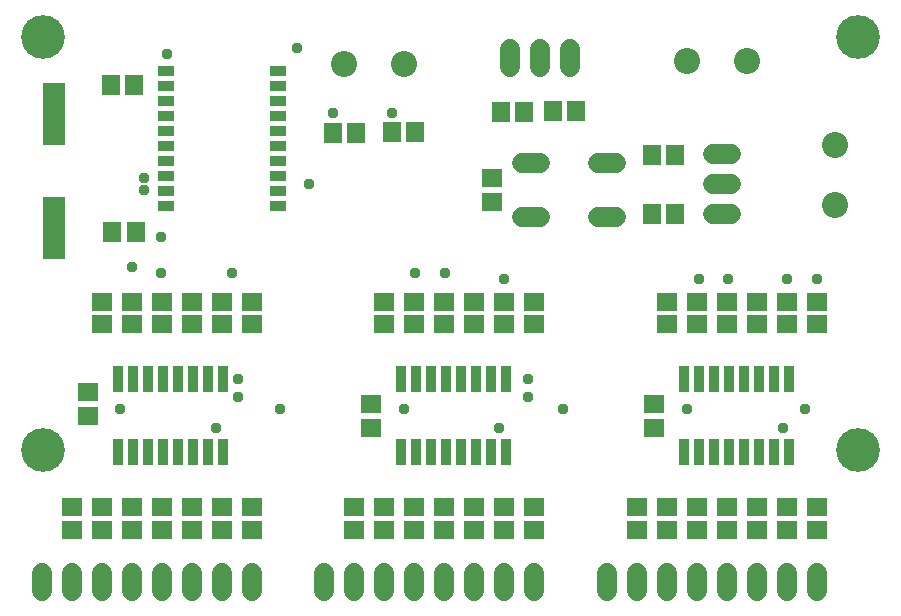
<source format=gbr>
G04 EAGLE Gerber RS-274X export*
G75*
%MOMM*%
%FSLAX34Y34*%
%LPD*%
%INSoldermask Top*%
%IPPOS*%
%AMOC8*
5,1,8,0,0,1.08239X$1,22.5*%
G01*
%ADD10C,3.703200*%
%ADD11R,1.803200X1.503200*%
%ADD12R,1.503200X1.803200*%
%ADD13R,0.863600X2.235200*%
%ADD14C,1.727200*%
%ADD15C,2.203200*%
%ADD16R,1.981200X5.283200*%
%ADD17R,1.346200X0.965200*%
%ADD18C,0.959600*%


D10*
X30000Y140000D03*
X30000Y490000D03*
X720000Y140000D03*
X720000Y490000D03*
D11*
X307500Y179000D03*
X307500Y159000D03*
X546900Y179000D03*
X546900Y159000D03*
D12*
X461200Y426600D03*
X481200Y426600D03*
X437300Y426300D03*
X417300Y426300D03*
D11*
X68100Y189000D03*
X68100Y169000D03*
D13*
X332750Y138266D03*
X332750Y199734D03*
X345450Y138266D03*
X358150Y138266D03*
X345450Y199734D03*
X358150Y199734D03*
X370850Y138266D03*
X370850Y199734D03*
X383550Y138266D03*
X383550Y199734D03*
X396250Y138266D03*
X408950Y138266D03*
X396250Y199734D03*
X408950Y199734D03*
X421650Y138266D03*
X421650Y199734D03*
X93350Y138266D03*
X93350Y199734D03*
X106050Y138266D03*
X118750Y138266D03*
X106050Y199734D03*
X118750Y199734D03*
X131450Y138266D03*
X131450Y199734D03*
X144150Y138266D03*
X144150Y199734D03*
X156850Y138266D03*
X169550Y138266D03*
X156850Y199734D03*
X169550Y199734D03*
X182250Y138266D03*
X182250Y199734D03*
X572150Y138266D03*
X572150Y199734D03*
X584850Y138266D03*
X597550Y138266D03*
X584850Y199734D03*
X597550Y199734D03*
X610250Y138266D03*
X610250Y199734D03*
X622950Y138266D03*
X622950Y199734D03*
X635650Y138266D03*
X648350Y138266D03*
X635650Y199734D03*
X648350Y199734D03*
X661050Y138266D03*
X661050Y199734D03*
D14*
X475700Y464280D02*
X475700Y479520D01*
X450300Y479520D02*
X450300Y464280D01*
X424900Y464280D02*
X424900Y479520D01*
X28500Y35720D02*
X28500Y20480D01*
X53900Y20480D02*
X53900Y35720D01*
X79300Y35720D02*
X79300Y20480D01*
X104700Y20480D02*
X104700Y35720D01*
X130100Y35720D02*
X130100Y20480D01*
X155500Y20480D02*
X155500Y35720D01*
X180900Y35720D02*
X180900Y20480D01*
X206300Y20480D02*
X206300Y35720D01*
X267900Y35720D02*
X267900Y20480D01*
X293300Y20480D02*
X293300Y35720D01*
X318700Y35720D02*
X318700Y20480D01*
X344100Y20480D02*
X344100Y35720D01*
X369500Y35720D02*
X369500Y20480D01*
X394900Y20480D02*
X394900Y35720D01*
X420300Y35720D02*
X420300Y20480D01*
X445700Y20480D02*
X445700Y35720D01*
X507300Y35720D02*
X507300Y20480D01*
X532700Y20480D02*
X532700Y35720D01*
X558100Y35720D02*
X558100Y20480D01*
X583500Y20480D02*
X583500Y35720D01*
X608900Y35720D02*
X608900Y20480D01*
X634300Y20480D02*
X634300Y35720D01*
X659700Y35720D02*
X659700Y20480D01*
X685100Y20480D02*
X685100Y35720D01*
D11*
X79300Y246500D03*
X79300Y265500D03*
X104700Y265500D03*
X104700Y246500D03*
X206300Y265500D03*
X206300Y246500D03*
X180900Y265500D03*
X180900Y246500D03*
X155500Y265500D03*
X155500Y246500D03*
X318700Y246500D03*
X318700Y265500D03*
X293300Y91500D03*
X293300Y72500D03*
X318700Y91500D03*
X318700Y72500D03*
X344100Y91500D03*
X344100Y72500D03*
X369500Y91500D03*
X369500Y72500D03*
X394900Y91500D03*
X394900Y72500D03*
X53900Y91500D03*
X53900Y72500D03*
X420300Y91500D03*
X420300Y72500D03*
X445700Y91500D03*
X445700Y72500D03*
X369500Y265500D03*
X369500Y246500D03*
X344100Y265500D03*
X344100Y246500D03*
X445700Y265500D03*
X445700Y246500D03*
X420300Y265500D03*
X420300Y246500D03*
X394900Y265500D03*
X394900Y246500D03*
X558100Y246500D03*
X558100Y265500D03*
X532700Y91500D03*
X532700Y72500D03*
X558100Y91500D03*
X558100Y72500D03*
X79300Y91500D03*
X79300Y72500D03*
X583500Y91500D03*
X583500Y72500D03*
X608900Y91500D03*
X608900Y72500D03*
X634300Y91500D03*
X634300Y72500D03*
X659700Y91500D03*
X659700Y72500D03*
X685100Y91500D03*
X685100Y72500D03*
X608900Y265500D03*
X608900Y246500D03*
X583500Y265500D03*
X583500Y246500D03*
X685100Y265500D03*
X685100Y246500D03*
X659700Y265500D03*
X659700Y246500D03*
X634300Y265500D03*
X634300Y246500D03*
X104700Y91500D03*
X104700Y72500D03*
D12*
X294300Y408400D03*
X275300Y408400D03*
X344300Y408800D03*
X325300Y408800D03*
D11*
X130100Y91500D03*
X130100Y72500D03*
X155500Y91500D03*
X155500Y72500D03*
X180900Y91500D03*
X180900Y72500D03*
X206300Y91500D03*
X206300Y72500D03*
X130100Y265500D03*
X130100Y246500D03*
D15*
X335411Y467050D03*
X284611Y467050D03*
X699850Y347789D03*
X699850Y398589D03*
X625611Y469350D03*
X574811Y469350D03*
D16*
X39200Y424760D03*
X39200Y328240D03*
D12*
X106900Y449300D03*
X86900Y449300D03*
X88100Y324500D03*
X108100Y324500D03*
D17*
X133692Y460800D03*
X133692Y448100D03*
X133692Y435400D03*
X133692Y422700D03*
X133692Y410000D03*
X133692Y397300D03*
X133692Y384600D03*
X133692Y371900D03*
X133692Y359200D03*
X133692Y346500D03*
X228942Y359200D03*
X228688Y346500D03*
X228942Y371900D03*
X228942Y384600D03*
X228942Y397300D03*
X228942Y410000D03*
X228942Y422700D03*
X228942Y435400D03*
X228942Y448100D03*
X228942Y460800D03*
D14*
X597380Y390400D02*
X612620Y390400D01*
X612620Y365000D02*
X597380Y365000D01*
X597380Y339600D02*
X612620Y339600D01*
D11*
X410000Y370000D03*
X410000Y350000D03*
D12*
X564500Y340000D03*
X545500Y340000D03*
X564500Y390000D03*
X545500Y390000D03*
D14*
X450108Y382606D02*
X434868Y382606D01*
X434868Y337394D02*
X450108Y337394D01*
X499892Y382606D02*
X515132Y382606D01*
X515132Y337394D02*
X499892Y337394D01*
D18*
X176000Y159000D03*
X416000Y159000D03*
X656000Y159000D03*
X440000Y185000D03*
X370000Y290000D03*
X195000Y185000D03*
X130000Y290000D03*
X610000Y285000D03*
X245000Y480000D03*
X95000Y175000D03*
X335000Y175000D03*
X575000Y175000D03*
X230000Y175000D03*
X470000Y175000D03*
X675000Y175000D03*
X135000Y475000D03*
X685000Y285000D03*
X195000Y200000D03*
X345000Y290000D03*
X440000Y200000D03*
X585000Y285000D03*
X190000Y290000D03*
X420000Y285000D03*
X660000Y285000D03*
X255000Y365000D03*
X115000Y370000D03*
X275000Y425000D03*
X105000Y295000D03*
X130000Y320000D03*
X115000Y360000D03*
X325000Y425000D03*
M02*

</source>
